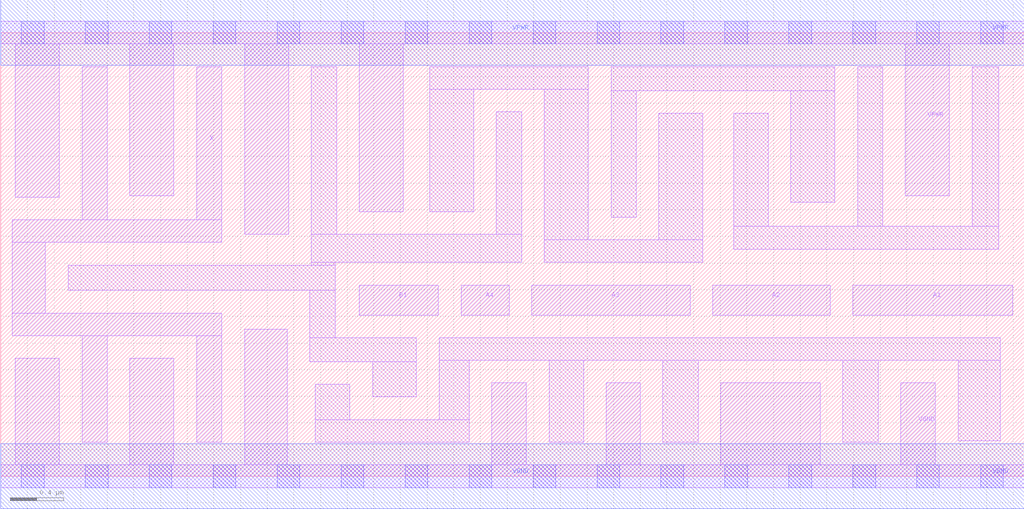
<source format=lef>
# Copyright 2020 The SkyWater PDK Authors
#
# Licensed under the Apache License, Version 2.0 (the "License");
# you may not use this file except in compliance with the License.
# You may obtain a copy of the License at
#
#     https://www.apache.org/licenses/LICENSE-2.0
#
# Unless required by applicable law or agreed to in writing, software
# distributed under the License is distributed on an "AS IS" BASIS,
# WITHOUT WARRANTIES OR CONDITIONS OF ANY KIND, either express or implied.
# See the License for the specific language governing permissions and
# limitations under the License.
#
# SPDX-License-Identifier: Apache-2.0

VERSION 5.7 ;
  NAMESCASESENSITIVE ON ;
  NOWIREEXTENSIONATPIN ON ;
  DIVIDERCHAR "/" ;
  BUSBITCHARS "[]" ;
UNITS
  DATABASE MICRONS 200 ;
END UNITS
MACRO sky130_fd_sc_lp__o41a_4
  CLASS CORE ;
  SOURCE USER ;
  FOREIGN sky130_fd_sc_lp__o41a_4 ;
  ORIGIN  0.000000  0.000000 ;
  SIZE  7.680000 BY  3.330000 ;
  SYMMETRY X Y R90 ;
  SITE unit ;
  PIN A1
    ANTENNAGATEAREA  0.630000 ;
    DIRECTION INPUT ;
    USE SIGNAL ;
    PORT
      LAYER li1 ;
        RECT 6.395000 1.210000 7.595000 1.435000 ;
    END
  END A1
  PIN A2
    ANTENNAGATEAREA  0.630000 ;
    DIRECTION INPUT ;
    USE SIGNAL ;
    PORT
      LAYER li1 ;
        RECT 5.345000 1.210000 6.225000 1.435000 ;
    END
  END A2
  PIN A3
    ANTENNAGATEAREA  0.630000 ;
    DIRECTION INPUT ;
    USE SIGNAL ;
    PORT
      LAYER li1 ;
        RECT 3.985000 1.210000 5.175000 1.435000 ;
    END
  END A3
  PIN A4
    ANTENNAGATEAREA  0.630000 ;
    DIRECTION INPUT ;
    USE SIGNAL ;
    PORT
      LAYER li1 ;
        RECT 3.455000 1.210000 3.815000 1.435000 ;
    END
  END A4
  PIN B1
    ANTENNAGATEAREA  0.630000 ;
    DIRECTION INPUT ;
    USE SIGNAL ;
    PORT
      LAYER li1 ;
        RECT 2.690000 1.210000 3.285000 1.435000 ;
    END
  END B1
  PIN X
    ANTENNADIFFAREA  1.176000 ;
    DIRECTION OUTPUT ;
    USE SIGNAL ;
    PORT
      LAYER li1 ;
        RECT 0.085000 1.055000 1.660000 1.225000 ;
        RECT 0.085000 1.225000 0.335000 1.755000 ;
        RECT 0.085000 1.755000 1.660000 1.925000 ;
        RECT 0.610000 0.255000 0.800000 1.055000 ;
        RECT 0.610000 1.925000 0.800000 3.075000 ;
        RECT 1.470000 0.255000 1.660000 1.055000 ;
        RECT 1.470000 1.925000 1.660000 3.075000 ;
    END
  END X
  PIN VGND
    DIRECTION INOUT ;
    USE GROUND ;
    PORT
      LAYER li1 ;
        RECT 0.000000 -0.085000 7.680000 0.085000 ;
        RECT 0.110000  0.085000 0.440000 0.885000 ;
        RECT 0.970000  0.085000 1.300000 0.885000 ;
        RECT 1.830000  0.085000 2.150000 1.105000 ;
        RECT 3.685000  0.085000 3.945000 0.700000 ;
        RECT 4.545000  0.085000 4.800000 0.700000 ;
        RECT 5.405000  0.085000 6.150000 0.700000 ;
        RECT 6.755000  0.085000 7.015000 0.700000 ;
      LAYER mcon ;
        RECT 0.155000 -0.085000 0.325000 0.085000 ;
        RECT 0.635000 -0.085000 0.805000 0.085000 ;
        RECT 1.115000 -0.085000 1.285000 0.085000 ;
        RECT 1.595000 -0.085000 1.765000 0.085000 ;
        RECT 2.075000 -0.085000 2.245000 0.085000 ;
        RECT 2.555000 -0.085000 2.725000 0.085000 ;
        RECT 3.035000 -0.085000 3.205000 0.085000 ;
        RECT 3.515000 -0.085000 3.685000 0.085000 ;
        RECT 3.995000 -0.085000 4.165000 0.085000 ;
        RECT 4.475000 -0.085000 4.645000 0.085000 ;
        RECT 4.955000 -0.085000 5.125000 0.085000 ;
        RECT 5.435000 -0.085000 5.605000 0.085000 ;
        RECT 5.915000 -0.085000 6.085000 0.085000 ;
        RECT 6.395000 -0.085000 6.565000 0.085000 ;
        RECT 6.875000 -0.085000 7.045000 0.085000 ;
        RECT 7.355000 -0.085000 7.525000 0.085000 ;
      LAYER met1 ;
        RECT 0.000000 -0.245000 7.680000 0.245000 ;
    END
  END VGND
  PIN VPWR
    DIRECTION INOUT ;
    USE POWER ;
    PORT
      LAYER li1 ;
        RECT 0.000000 3.245000 7.680000 3.415000 ;
        RECT 0.110000 2.095000 0.440000 3.245000 ;
        RECT 0.970000 2.105000 1.300000 3.245000 ;
        RECT 1.830000 1.815000 2.160000 3.245000 ;
        RECT 2.690000 1.985000 3.020000 3.245000 ;
        RECT 6.790000 2.105000 7.120000 3.245000 ;
      LAYER mcon ;
        RECT 0.155000 3.245000 0.325000 3.415000 ;
        RECT 0.635000 3.245000 0.805000 3.415000 ;
        RECT 1.115000 3.245000 1.285000 3.415000 ;
        RECT 1.595000 3.245000 1.765000 3.415000 ;
        RECT 2.075000 3.245000 2.245000 3.415000 ;
        RECT 2.555000 3.245000 2.725000 3.415000 ;
        RECT 3.035000 3.245000 3.205000 3.415000 ;
        RECT 3.515000 3.245000 3.685000 3.415000 ;
        RECT 3.995000 3.245000 4.165000 3.415000 ;
        RECT 4.475000 3.245000 4.645000 3.415000 ;
        RECT 4.955000 3.245000 5.125000 3.415000 ;
        RECT 5.435000 3.245000 5.605000 3.415000 ;
        RECT 5.915000 3.245000 6.085000 3.415000 ;
        RECT 6.395000 3.245000 6.565000 3.415000 ;
        RECT 6.875000 3.245000 7.045000 3.415000 ;
        RECT 7.355000 3.245000 7.525000 3.415000 ;
      LAYER met1 ;
        RECT 0.000000 3.085000 7.680000 3.575000 ;
    END
  END VPWR
  OBS
    LAYER li1 ;
      RECT 0.505000 1.395000 2.510000 1.585000 ;
      RECT 2.320000 0.860000 3.120000 1.040000 ;
      RECT 2.320000 1.040000 2.510000 1.395000 ;
      RECT 2.330000 1.585000 2.510000 1.605000 ;
      RECT 2.330000 1.605000 3.910000 1.815000 ;
      RECT 2.330000 1.815000 2.520000 3.075000 ;
      RECT 2.360000 0.255000 3.515000 0.425000 ;
      RECT 2.360000 0.425000 2.620000 0.690000 ;
      RECT 2.790000 0.595000 3.120000 0.860000 ;
      RECT 3.220000 1.985000 3.550000 2.905000 ;
      RECT 3.220000 2.905000 4.410000 3.075000 ;
      RECT 3.290000 0.425000 3.515000 0.870000 ;
      RECT 3.290000 0.870000 7.500000 1.040000 ;
      RECT 3.720000 1.815000 3.910000 2.735000 ;
      RECT 4.080000 1.605000 5.270000 1.775000 ;
      RECT 4.080000 1.775000 4.410000 2.905000 ;
      RECT 4.115000 0.255000 4.375000 0.870000 ;
      RECT 4.580000 1.945000 4.770000 2.895000 ;
      RECT 4.580000 2.895000 6.260000 3.075000 ;
      RECT 4.940000 1.775000 5.270000 2.725000 ;
      RECT 4.970000 0.255000 5.235000 0.870000 ;
      RECT 5.500000 1.705000 7.490000 1.875000 ;
      RECT 5.500000 1.875000 5.760000 2.725000 ;
      RECT 5.930000 2.055000 6.260000 2.895000 ;
      RECT 6.320000 0.255000 6.585000 0.870000 ;
      RECT 6.430000 1.875000 6.620000 3.075000 ;
      RECT 7.185000 0.265000 7.500000 0.870000 ;
      RECT 7.290000 1.875000 7.490000 3.075000 ;
  END
END sky130_fd_sc_lp__o41a_4

</source>
